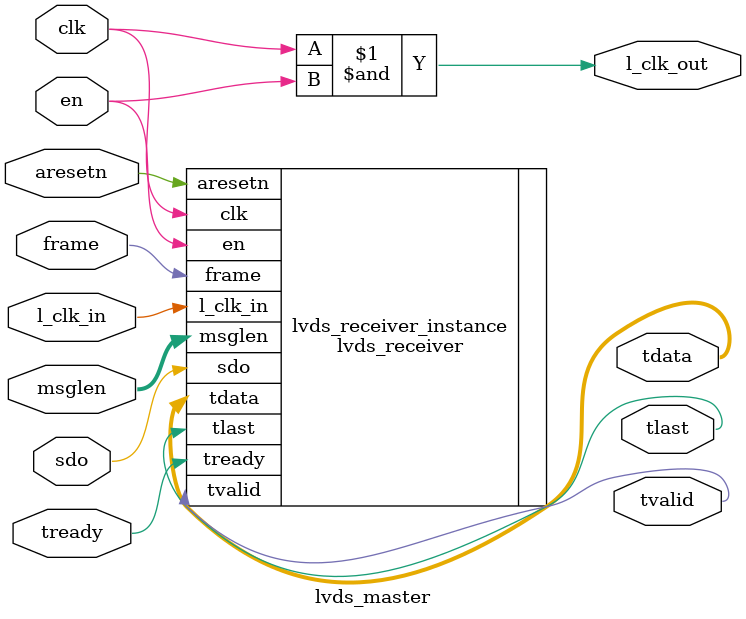
<source format=v>
`timescale 1ns / 1ps


//module lvds_master #(parameter MSGLEN = 44)(
module lvds_master 
    #(parameter burstsize = 256)
(

    input en,
    input clk,
    input aresetn,
    input frame,
    input sdo,
    input l_clk_in,
    input [5:0] msglen,
    output [63:0] tdata,
    output l_clk_out,
    input tready,
    output tvalid,
    output tlast
    );
    
    /*
    l_clock_out l_clock_out_inst (
    .clk(clk),    // Connecting input port 'a' to in1
    .aresetn(aresetn),    // Connecting input port 'b' to in2
    .en(en),
    .l_clk_out_p(l_clk_out_p),    // Connecting output port 'y' to out1
    .l_clk_out_n(l_clk_out_n));
            
    
    always @(negedge clk, negedge aresetn)
            if (!aresetn) begin
                l_clk_out <= 0;
            end
        else begin
        if (en) begin
            l_clk_out <= clk;
            end
        end
            
          */  
          
     assign l_clk_out = clk & en;     
        

    
    lvds_receiver #( .NUM_PACKETS(burstsize)) lvds_receiver_instance (
    .clk(clk),
    .l_clk_in(l_clk_in),
    //.l_clk_in_n(l_clk_in_n),
    .sdo(sdo),
    //.sdo_n(sdo_n),
    .frame(frame),
    //.frame_n(frame_n),
    .en(en),
    .aresetn(aresetn),
    .tdata(tdata),
    .tvalid(tvalid),
    .tready(tready),
    .tlast(tlast),
    .msglen(msglen));
    
    
    
    
endmodule

</source>
